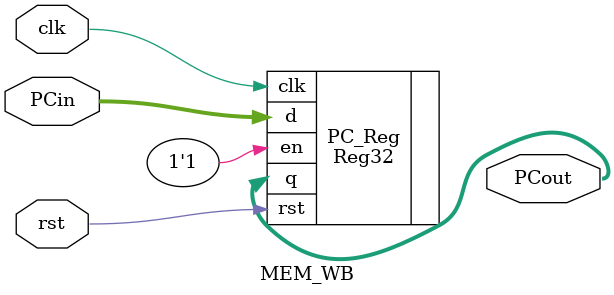
<source format=v>
module MEM_WB (clk, rst, PCin, PCout);
input clk;
input rst;
input [31:0] PCin;
output [31:0] PCout;

	Reg32 PC_Reg (
		.clk(clk),
		.rst(rst),
		.d(PCin),
		.en(1'b1),
		.q(PCout)
		);

endmodule 

</source>
